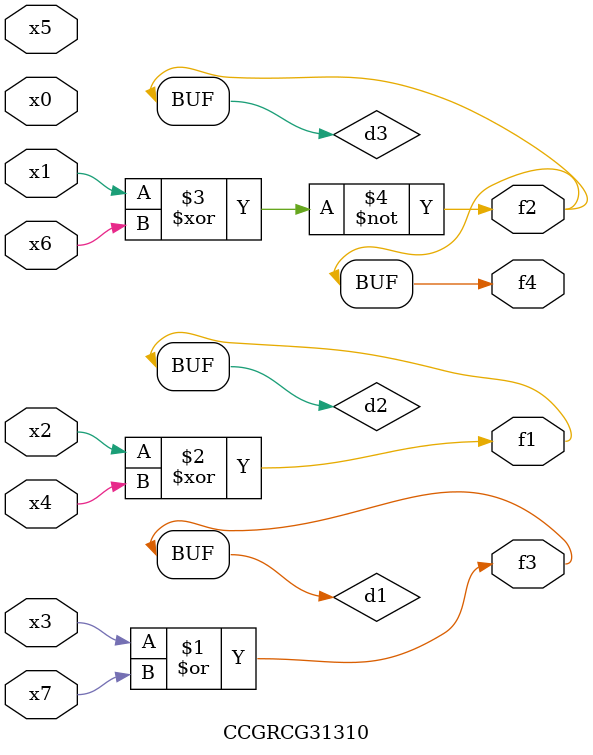
<source format=v>
module CCGRCG31310(
	input x0, x1, x2, x3, x4, x5, x6, x7,
	output f1, f2, f3, f4
);

	wire d1, d2, d3;

	or (d1, x3, x7);
	xor (d2, x2, x4);
	xnor (d3, x1, x6);
	assign f1 = d2;
	assign f2 = d3;
	assign f3 = d1;
	assign f4 = d3;
endmodule

</source>
